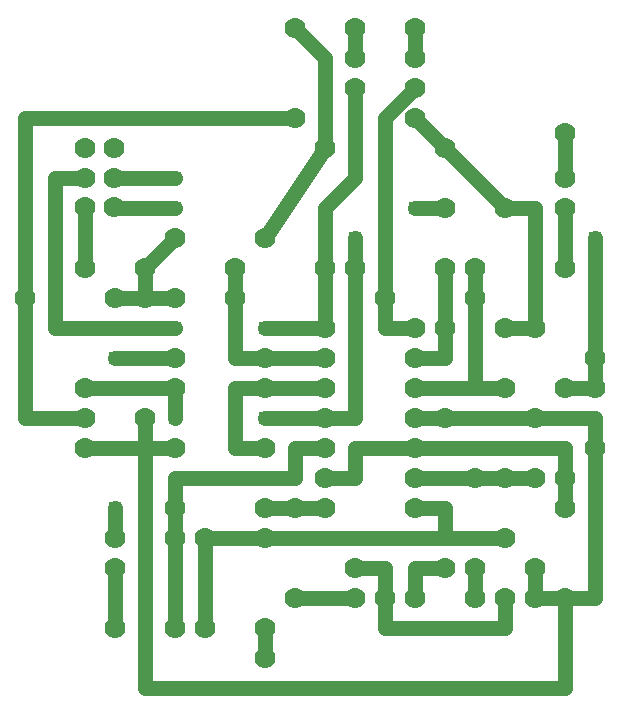
<source format=gbl>
G75*
%MOIN*%
%OFA0B0*%
%FSLAX25Y25*%
%IPPOS*%
%LPD*%
%AMOC8*
5,1,8,0,0,1.08239X$1,22.5*
%
%ADD10C,0.07000*%
%ADD11C,0.05000*%
%ADD12R,0.03962X0.03962*%
D10*
X0095661Y0030337D03*
X0115661Y0030337D03*
X0125661Y0030337D03*
X0145661Y0030337D03*
X0145661Y0020337D03*
X0155661Y0040337D03*
X0175661Y0040337D03*
X0185661Y0040337D03*
X0195661Y0040337D03*
X0205661Y0050337D03*
X0215661Y0050337D03*
X0215661Y0040337D03*
X0225661Y0040337D03*
X0235661Y0040337D03*
X0235661Y0040337D03*
X0245661Y0040337D03*
X0235661Y0050337D03*
X0225661Y0060337D03*
X0245661Y0070337D03*
X0245661Y0080337D03*
X0235661Y0080337D03*
X0225661Y0080337D03*
X0215661Y0080337D03*
X0195661Y0080337D03*
X0195661Y0070337D03*
X0195661Y0090337D03*
X0195661Y0100337D03*
X0205661Y0100337D03*
X0195661Y0110337D03*
X0195661Y0120337D03*
X0195661Y0130337D03*
X0205661Y0130337D03*
X0215661Y0140337D03*
X0225661Y0130337D03*
X0235661Y0130337D03*
X0255661Y0120337D03*
X0255661Y0110337D03*
X0245661Y0110337D03*
X0235661Y0100337D03*
X0225661Y0110337D03*
X0255661Y0090337D03*
X0185661Y0140337D03*
X0175661Y0150337D03*
X0165661Y0150337D03*
X0145661Y0160337D03*
X0135661Y0150337D03*
X0135661Y0140337D03*
X0115661Y0140337D03*
X0105661Y0140337D03*
X0095661Y0140337D03*
X0085661Y0150337D03*
X0105661Y0150337D03*
X0115661Y0160337D03*
X0095346Y0170652D03*
X0085661Y0170652D03*
X0085661Y0180337D03*
X0095346Y0180337D03*
X0095346Y0190022D03*
X0085661Y0190022D03*
X0065661Y0140337D03*
X0085661Y0110337D03*
X0085661Y0100337D03*
X0085661Y0090337D03*
X0105661Y0100337D03*
X0115661Y0090337D03*
X0115661Y0070337D03*
X0115661Y0060337D03*
X0125661Y0060337D03*
X0145661Y0060337D03*
X0145661Y0070337D03*
X0155661Y0070337D03*
X0165661Y0070337D03*
X0165661Y0080337D03*
X0165661Y0090337D03*
X0165661Y0100337D03*
X0165661Y0110337D03*
X0165661Y0120337D03*
X0165661Y0130337D03*
X0145661Y0120337D03*
X0145661Y0110337D03*
X0145661Y0090337D03*
X0115661Y0110337D03*
X0115661Y0120337D03*
X0095661Y0060337D03*
X0095661Y0050337D03*
X0175661Y0050337D03*
X0205661Y0150337D03*
X0215661Y0150337D03*
X0205661Y0170337D03*
X0225661Y0170337D03*
X0245661Y0170337D03*
X0245661Y0180337D03*
X0245661Y0195337D03*
X0205661Y0190337D03*
X0195661Y0200337D03*
X0195661Y0210337D03*
X0195661Y0220337D03*
X0195661Y0230337D03*
X0175661Y0230337D03*
X0175661Y0220337D03*
X0175661Y0210337D03*
X0155661Y0200337D03*
X0165661Y0190337D03*
X0155661Y0230337D03*
X0245661Y0150337D03*
D11*
X0245661Y0170337D01*
X0235661Y0170337D02*
X0225661Y0170337D01*
X0205661Y0190337D01*
X0195661Y0200337D01*
X0195661Y0210337D02*
X0185661Y0200337D01*
X0185661Y0180337D01*
X0185661Y0140337D01*
X0185661Y0130337D01*
X0195661Y0130337D01*
X0205661Y0130337D02*
X0205661Y0150337D01*
X0215661Y0150337D02*
X0215661Y0140337D01*
X0215661Y0110337D01*
X0195661Y0110337D01*
X0195661Y0100337D02*
X0205661Y0100337D01*
X0235661Y0100337D01*
X0255661Y0100337D01*
X0255661Y0090337D01*
X0255661Y0040337D01*
X0245661Y0040337D01*
X0235661Y0040337D01*
X0235661Y0050337D01*
X0225661Y0040337D02*
X0225661Y0030337D01*
X0185661Y0030337D01*
X0185661Y0040337D01*
X0185661Y0050337D01*
X0175661Y0050337D01*
X0175661Y0040337D02*
X0155661Y0040337D01*
X0145661Y0030337D02*
X0145661Y0020337D01*
X0125661Y0030337D02*
X0125661Y0060337D01*
X0145661Y0060337D01*
X0205661Y0060337D01*
X0205661Y0070337D01*
X0195661Y0070337D01*
X0195661Y0080337D02*
X0215661Y0080337D01*
X0235661Y0080337D01*
X0225661Y0080337D01*
X0245661Y0080337D02*
X0245661Y0070337D01*
X0245661Y0080337D02*
X0245661Y0090337D01*
X0195661Y0090337D01*
X0175661Y0090337D01*
X0175661Y0080337D01*
X0165661Y0080337D01*
X0155661Y0080337D02*
X0155661Y0090337D01*
X0165661Y0090337D01*
X0165661Y0100337D02*
X0145661Y0100337D01*
X0145661Y0090337D02*
X0135661Y0090337D01*
X0135661Y0110337D01*
X0145661Y0110337D01*
X0165661Y0110337D01*
X0165661Y0100337D02*
X0175661Y0100337D01*
X0175661Y0150337D01*
X0175661Y0160337D01*
X0165661Y0150337D02*
X0165661Y0130337D01*
X0145661Y0130337D01*
X0135661Y0120337D02*
X0135661Y0140337D01*
X0135661Y0150337D01*
X0145661Y0160337D02*
X0165661Y0190337D01*
X0165661Y0220337D01*
X0155661Y0230337D01*
X0175661Y0230337D02*
X0175661Y0220337D01*
X0175661Y0210337D02*
X0175661Y0180337D01*
X0165661Y0170337D01*
X0165661Y0150337D01*
X0195661Y0170337D02*
X0205661Y0170337D01*
X0235661Y0170337D02*
X0235661Y0130337D01*
X0225661Y0130337D01*
X0205661Y0130337D02*
X0205661Y0120337D01*
X0195661Y0120337D01*
X0215661Y0110337D02*
X0225661Y0110337D01*
X0245661Y0110337D02*
X0255661Y0110337D01*
X0255661Y0120337D01*
X0255661Y0160337D01*
X0245661Y0180337D02*
X0245661Y0195337D01*
X0195661Y0220337D02*
X0195661Y0230337D01*
X0155661Y0200337D02*
X0065661Y0200337D01*
X0065661Y0140337D01*
X0065661Y0100337D01*
X0085661Y0100337D01*
X0085661Y0090337D02*
X0115661Y0090337D01*
X0105661Y0090337D01*
X0105661Y0010337D01*
X0245661Y0010337D01*
X0245661Y0040337D01*
X0225661Y0060337D02*
X0205661Y0060337D01*
X0205661Y0050337D02*
X0195661Y0050337D01*
X0195661Y0040337D01*
X0215661Y0040337D02*
X0215661Y0050337D01*
X0165661Y0070337D02*
X0145661Y0070337D01*
X0155661Y0080337D02*
X0115661Y0080337D01*
X0115661Y0070337D01*
X0115661Y0060337D01*
X0115661Y0030337D01*
X0095661Y0030337D02*
X0095661Y0050337D01*
X0095661Y0060337D02*
X0095661Y0070337D01*
X0105661Y0090337D02*
X0105661Y0100337D01*
X0115661Y0100337D02*
X0115661Y0110337D01*
X0085661Y0110337D01*
X0095661Y0120337D02*
X0115661Y0120337D01*
X0115661Y0130337D02*
X0075661Y0130337D01*
X0075661Y0180337D01*
X0085661Y0180337D01*
X0095661Y0180337D02*
X0115661Y0180337D01*
X0115661Y0170337D02*
X0105661Y0170337D01*
X0095661Y0170337D01*
X0085661Y0170337D02*
X0085661Y0150337D01*
X0095661Y0140337D02*
X0105661Y0140337D01*
X0105661Y0150337D01*
X0115661Y0160337D01*
X0115661Y0140337D02*
X0105661Y0140337D01*
X0135661Y0120337D02*
X0145661Y0120337D01*
X0165661Y0120337D01*
X0165661Y0100337D02*
X0170661Y0100337D01*
X0115661Y0090337D02*
X0110661Y0090337D01*
D12*
X0115661Y0100337D03*
X0095661Y0120337D03*
X0115661Y0130337D03*
X0145661Y0130337D03*
X0175661Y0160337D03*
X0195661Y0170337D03*
X0185661Y0180337D03*
X0165661Y0190337D03*
X0165661Y0190337D03*
X0165661Y0190337D03*
X0115661Y0180337D03*
X0115661Y0170337D03*
X0145661Y0100337D03*
X0095661Y0070337D03*
X0255661Y0160337D03*
M02*

</source>
